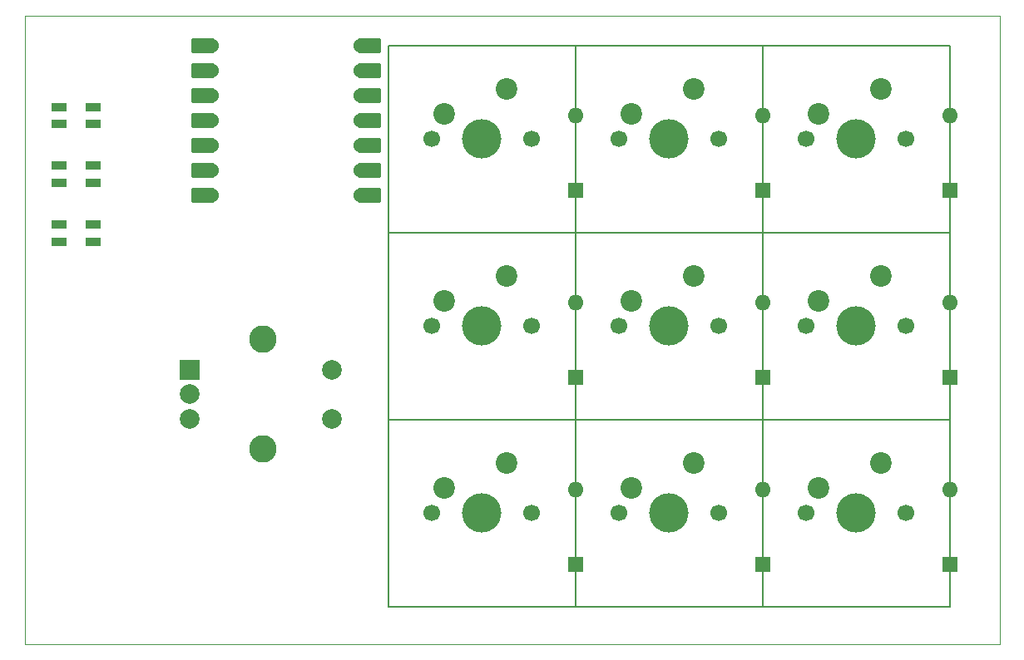
<source format=gbr>
%TF.GenerationSoftware,KiCad,Pcbnew,8.0.8*%
%TF.CreationDate,2025-02-16T23:16:45+05:30*%
%TF.ProjectId,RoyTyper,526f7954-7970-4657-922e-6b696361645f,rev?*%
%TF.SameCoordinates,Original*%
%TF.FileFunction,Soldermask,Top*%
%TF.FilePolarity,Negative*%
%FSLAX46Y46*%
G04 Gerber Fmt 4.6, Leading zero omitted, Abs format (unit mm)*
G04 Created by KiCad (PCBNEW 8.0.8) date 2025-02-16 23:16:45*
%MOMM*%
%LPD*%
G01*
G04 APERTURE LIST*
G04 Aperture macros list*
%AMRoundRect*
0 Rectangle with rounded corners*
0 $1 Rounding radius*
0 $2 $3 $4 $5 $6 $7 $8 $9 X,Y pos of 4 corners*
0 Add a 4 corners polygon primitive as box body*
4,1,4,$2,$3,$4,$5,$6,$7,$8,$9,$2,$3,0*
0 Add four circle primitives for the rounded corners*
1,1,$1+$1,$2,$3*
1,1,$1+$1,$4,$5*
1,1,$1+$1,$6,$7*
1,1,$1+$1,$8,$9*
0 Add four rect primitives between the rounded corners*
20,1,$1+$1,$2,$3,$4,$5,0*
20,1,$1+$1,$4,$5,$6,$7,0*
20,1,$1+$1,$6,$7,$8,$9,0*
20,1,$1+$1,$8,$9,$2,$3,0*%
G04 Aperture macros list end*
%ADD10R,1.600000X0.850000*%
%ADD11C,1.700000*%
%ADD12C,4.000000*%
%ADD13C,2.200000*%
%ADD14R,2.000000X2.000000*%
%ADD15C,2.000000*%
%ADD16C,2.800000*%
%ADD17RoundRect,0.152400X1.063600X0.609600X-1.063600X0.609600X-1.063600X-0.609600X1.063600X-0.609600X0*%
%ADD18C,1.524000*%
%ADD19RoundRect,0.152400X-1.063600X-0.609600X1.063600X-0.609600X1.063600X0.609600X-1.063600X0.609600X0*%
%ADD20R,1.600000X1.600000*%
%ADD21O,1.600000X1.600000*%
%ADD22C,0.150000*%
%TA.AperFunction,Profile*%
%ADD23C,0.050000*%
%TD*%
G04 APERTURE END LIST*
D10*
%TO.C,D12*%
X56725000Y-78575000D03*
X56725000Y-80325000D03*
X60225000Y-80325000D03*
X60225000Y-78575000D03*
%TD*%
D11*
%TO.C,SW3*%
X132770000Y-69850000D03*
D12*
X137850000Y-69850000D03*
D11*
X142930000Y-69850000D03*
D13*
X140390000Y-64770000D03*
X134040000Y-67310000D03*
%TD*%
D11*
%TO.C,SW6*%
X132770000Y-88900000D03*
D12*
X137850000Y-88900000D03*
D11*
X142930000Y-88900000D03*
D13*
X140390000Y-83820000D03*
X134040000Y-86360000D03*
%TD*%
D11*
%TO.C,SW1*%
X94670000Y-69850000D03*
D12*
X99750000Y-69850000D03*
D11*
X104830000Y-69850000D03*
D13*
X102290000Y-64770000D03*
X95940000Y-67310000D03*
%TD*%
D11*
%TO.C,SW4*%
X94670000Y-88900000D03*
D12*
X99750000Y-88900000D03*
D11*
X104830000Y-88900000D03*
D13*
X102290000Y-83820000D03*
X95940000Y-86360000D03*
%TD*%
D11*
%TO.C,SW5*%
X113720000Y-88900000D03*
D12*
X118800000Y-88900000D03*
D11*
X123880000Y-88900000D03*
D13*
X121340000Y-83820000D03*
X114990000Y-86360000D03*
%TD*%
D11*
%TO.C,SW2*%
X113720000Y-69850000D03*
D12*
X118800000Y-69850000D03*
D11*
X123880000Y-69850000D03*
D13*
X121340000Y-64770000D03*
X114990000Y-67310000D03*
%TD*%
D14*
%TO.C,SW11*%
X69975000Y-93325000D03*
D15*
X69975000Y-98325000D03*
X69975000Y-95825000D03*
D16*
X77475000Y-90225000D03*
X77475000Y-101425000D03*
D15*
X84475000Y-93325000D03*
X84475000Y-98325000D03*
%TD*%
D11*
%TO.C,SW9*%
X132770000Y-107950000D03*
D12*
X137850000Y-107950000D03*
D11*
X142930000Y-107950000D03*
D13*
X140390000Y-102870000D03*
X134040000Y-105410000D03*
%TD*%
D11*
%TO.C,SW7*%
X94670000Y-107950000D03*
D12*
X99750000Y-107950000D03*
D11*
X104830000Y-107950000D03*
D13*
X102290000Y-102870000D03*
X95940000Y-105410000D03*
%TD*%
D10*
%TO.C,D11*%
X56725000Y-72575000D03*
X56725000Y-74325000D03*
X60225000Y-74325000D03*
X60225000Y-72575000D03*
%TD*%
D11*
%TO.C,SW8*%
X113720000Y-107950000D03*
D12*
X118800000Y-107950000D03*
D11*
X123880000Y-107950000D03*
D13*
X121340000Y-102870000D03*
X114990000Y-105410000D03*
%TD*%
D10*
%TO.C,D10*%
X56725000Y-66575000D03*
X56725000Y-68325000D03*
X60225000Y-68325000D03*
X60225000Y-66575000D03*
%TD*%
D17*
%TO.C,U1*%
X71390000Y-60325000D03*
D18*
X72225000Y-60325000D03*
D17*
X71390000Y-62865000D03*
D18*
X72225000Y-62865000D03*
D17*
X71390000Y-65405000D03*
D18*
X72225000Y-65405000D03*
D17*
X71390000Y-67945000D03*
D18*
X72225000Y-67945000D03*
D17*
X71390000Y-70485000D03*
D18*
X72225000Y-70485000D03*
D17*
X71390000Y-73025000D03*
D18*
X72225000Y-73025000D03*
D17*
X71390000Y-75565000D03*
D18*
X72225000Y-75565000D03*
X87465000Y-75565000D03*
D19*
X88300000Y-75565000D03*
D18*
X87465000Y-73025000D03*
D19*
X88300000Y-73025000D03*
D18*
X87465000Y-70485000D03*
D19*
X88300000Y-70485000D03*
D18*
X87465000Y-67945000D03*
D19*
X88300000Y-67945000D03*
D18*
X87465000Y-65405000D03*
D19*
X88300000Y-65405000D03*
D18*
X87465000Y-62865000D03*
D19*
X88300000Y-62865000D03*
D18*
X87465000Y-60325000D03*
D19*
X88300000Y-60325000D03*
%TD*%
D20*
%TO.C,D8*%
X128325000Y-113188750D03*
D21*
X128325000Y-105568750D03*
%TD*%
D20*
%TO.C,D7*%
X109275000Y-113188750D03*
D21*
X109275000Y-105568750D03*
%TD*%
D20*
%TO.C,D3*%
X147375000Y-75088750D03*
D21*
X147375000Y-67468750D03*
%TD*%
D20*
%TO.C,D9*%
X147375000Y-113188750D03*
D21*
X147375000Y-105568750D03*
%TD*%
D20*
%TO.C,D6*%
X147375000Y-94138750D03*
D21*
X147375000Y-86518750D03*
%TD*%
D20*
%TO.C,D2*%
X128325000Y-75088750D03*
D21*
X128325000Y-67468750D03*
%TD*%
D20*
%TO.C,D5*%
X128325000Y-94138750D03*
D21*
X128325000Y-86518750D03*
%TD*%
D20*
%TO.C,D1*%
X109275000Y-75088750D03*
D21*
X109275000Y-67468750D03*
%TD*%
D20*
%TO.C,D4*%
X109275000Y-94138750D03*
D21*
X109275000Y-86518750D03*
%TD*%
D22*
%TO.C,SW3*%
X128325000Y-60325000D02*
X147375000Y-60325000D01*
X128325000Y-79375000D02*
X128325000Y-60325000D01*
X147375000Y-60325000D02*
X147375000Y-79375000D01*
X147375000Y-79375000D02*
X128325000Y-79375000D01*
%TO.C,SW6*%
X128325000Y-79375000D02*
X147375000Y-79375000D01*
X128325000Y-98425000D02*
X128325000Y-79375000D01*
X147375000Y-79375000D02*
X147375000Y-98425000D01*
X147375000Y-98425000D02*
X128325000Y-98425000D01*
%TO.C,SW1*%
X90225000Y-60325000D02*
X109275000Y-60325000D01*
X90225000Y-79375000D02*
X90225000Y-60325000D01*
X109275000Y-60325000D02*
X109275000Y-79375000D01*
X109275000Y-79375000D02*
X90225000Y-79375000D01*
%TO.C,SW4*%
X90225000Y-79375000D02*
X109275000Y-79375000D01*
X90225000Y-98425000D02*
X90225000Y-79375000D01*
X109275000Y-79375000D02*
X109275000Y-98425000D01*
X109275000Y-98425000D02*
X90225000Y-98425000D01*
%TO.C,SW5*%
X109275000Y-79375000D02*
X128325000Y-79375000D01*
X109275000Y-98425000D02*
X109275000Y-79375000D01*
X128325000Y-79375000D02*
X128325000Y-98425000D01*
X128325000Y-98425000D02*
X109275000Y-98425000D01*
%TO.C,SW2*%
X109275000Y-60325000D02*
X128325000Y-60325000D01*
X109275000Y-79375000D02*
X109275000Y-60325000D01*
X128325000Y-60325000D02*
X128325000Y-79375000D01*
X128325000Y-79375000D02*
X109275000Y-79375000D01*
%TO.C,SW9*%
X128325000Y-98425000D02*
X147375000Y-98425000D01*
X128325000Y-117475000D02*
X128325000Y-98425000D01*
X147375000Y-98425000D02*
X147375000Y-117475000D01*
X147375000Y-117475000D02*
X128325000Y-117475000D01*
%TO.C,SW7*%
X90225000Y-98425000D02*
X109275000Y-98425000D01*
X90225000Y-117475000D02*
X90225000Y-98425000D01*
X109275000Y-98425000D02*
X109275000Y-117475000D01*
X109275000Y-117475000D02*
X90225000Y-117475000D01*
%TO.C,SW8*%
X109275000Y-98425000D02*
X128325000Y-98425000D01*
X109275000Y-117475000D02*
X109275000Y-98425000D01*
X128325000Y-98425000D02*
X128325000Y-117475000D01*
X128325000Y-117475000D02*
X109275000Y-117475000D01*
%TD*%
D23*
X53215000Y-57265000D02*
X152445000Y-57265000D01*
X152445000Y-121285000D01*
X53215000Y-121285000D01*
X53215000Y-57265000D01*
M02*

</source>
